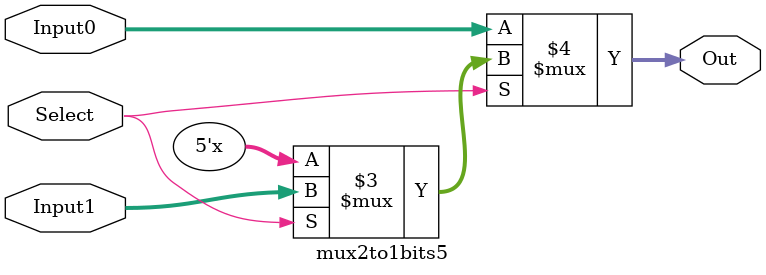
<source format=v>
`timescale 1ns / 1ps
module mux2to1bits5(
    input [4:0] Input0,
    input [4:0] Input1,
    input Select,
    output [4:0] Out
    );
	 assign Out  = (Select == 1'b0)? Input0:
						(Select ==  1'b1)? Input1:
						5'bX;
	 /* another implementation
	  reg [4:0] Outres;
	 assign Out = Outres;
	 always@(*) begin
		if(Select) begin
			Outres <= Input1;
		end else begin
			Outres <= Input0;
		end
	end*/


endmodule

</source>
